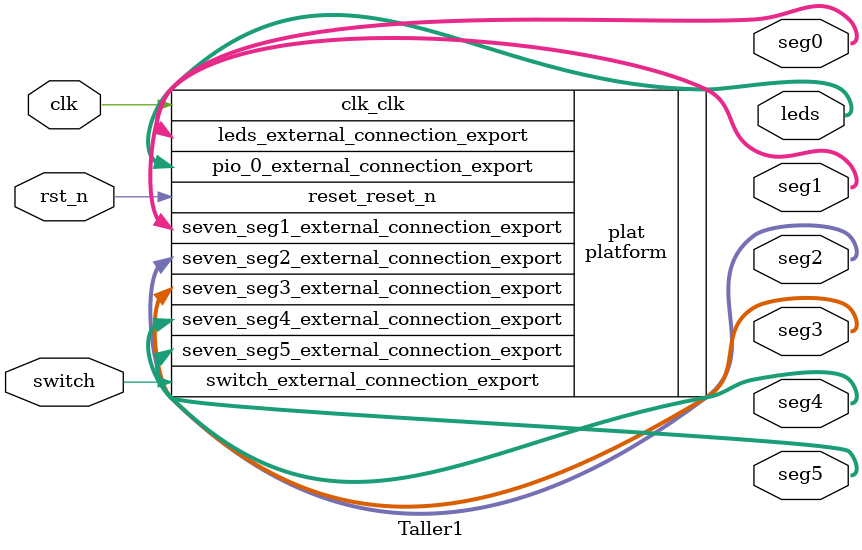
<source format=sv>
module Taller1(input logic	clk,rst_n,
						input logic switch, 
						output logic[6:0] seg0,seg1,seg2,seg3,seg4,seg5, output logic[2:0] leds);
platform plat
(
	.clk_clk(clk),
	.pio_0_external_connection_export(leds),
	.leds_external_connection_export(seg0),
	.seven_seg1_external_connection_export(seg1),
	.seven_seg2_external_connection_export(seg2),
	.seven_seg3_external_connection_export(seg3),
	.seven_seg4_external_connection_export(seg4),
	.seven_seg5_external_connection_export(seg5),
	.switch_external_connection_export(switch),
	.reset_reset_n(rst_n)
);

endmodule
</source>
